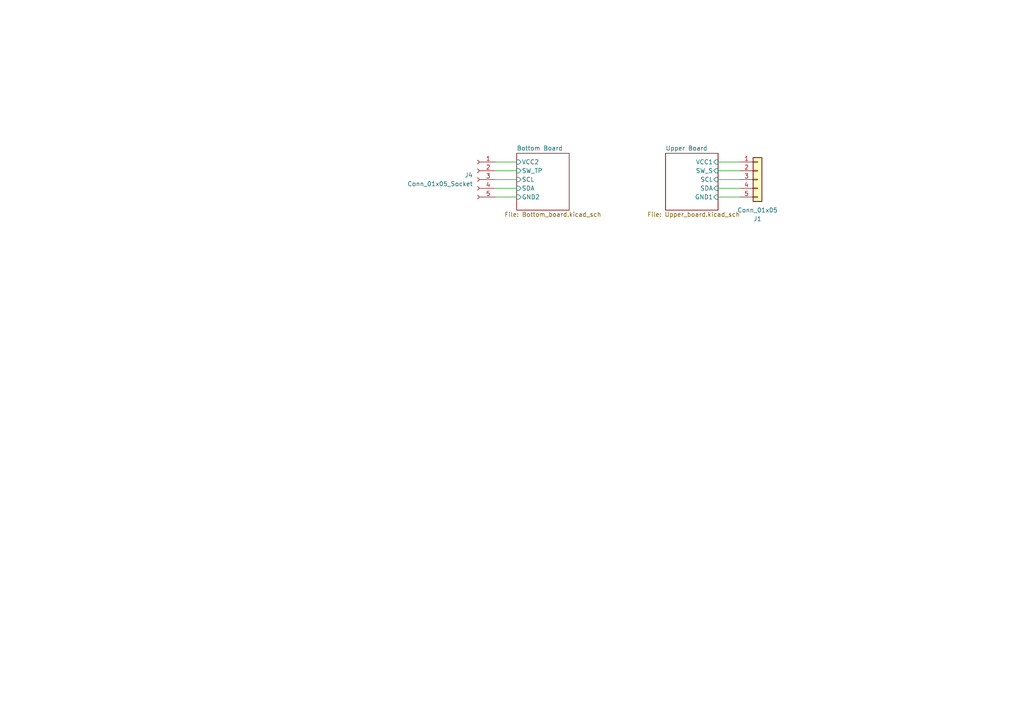
<source format=kicad_sch>
(kicad_sch (version 20250114) (generator "eeschema") (generator_version "9.0")
  (paper "A4")
  (title_block (title "ESP32 Cycling Tracker") (date "2025-11-19") (rev "0") (company "josejacomeb"))
  (lib_symbols
    (symbol "Connector:Conn_01x05_Socket" (pin_names (offset 1.016) (hide yes))
      (property "Reference" "J" (at 0 7.62 0))
      (property "Value" "Conn_01x05_Socket" (at 0 -7.62 0))
      (symbol "Conn_01x05_Socket_1_1"
        (polyline (pts (xy -1.27 5.08) (xy -0.508 5.08)) (stroke (width 0.1524)))
        (polyline (pts (xy -1.27 2.54) (xy -0.508 2.54)) (stroke (width 0.1524)))
        (polyline (pts (xy -1.27 0) (xy -0.508 0)) (stroke (width 0.1524)))
        (polyline (pts (xy -1.27 -2.54) (xy -0.508 -2.54)) (stroke (width 0.1524)))
        (polyline (pts (xy -1.27 -5.08) (xy -0.508 -5.08)) (stroke (width 0.1524)))
        (arc (start 0 4.572) (mid -0.5058 5.08) (end 0 5.588) (stroke (width 0.1524)))
        (arc (start 0 2.032) (mid -0.5058 2.54) (end 0 3.048) (stroke (width 0.1524)))
        (arc (start 0 -0.508) (mid -0.5058 0) (end 0 0.508) (stroke (width 0.1524)))
        (arc (start 0 -3.048) (mid -0.5058 -2.54) (end 0 -2.032) (stroke (width 0.1524)))
        (arc (start 0 -5.588) (mid -0.5058 -5.08) (end 0 -4.572) (stroke (width 0.1524)))
        (pin passive line (at -5.08 5.08 0) (length 3.81) (name "Pin_1") (number "1"))
        (pin passive line (at -5.08 2.54 0) (length 3.81) (name "Pin_2") (number "2"))
        (pin passive line (at -5.08 0 0) (length 3.81) (name "Pin_3") (number "3"))
        (pin passive line (at -5.08 -2.54 0) (length 3.81) (name "Pin_4") (number "4"))
        (pin passive line (at -5.08 -5.08 0) (length 3.81) (name "Pin_5") (number "5"))
      )
    )
    (symbol "Connector_Generic:Conn_01x05" (pin_names (offset 1.016) (hide yes))
      (property "Reference" "J" (at 0 7.62 0))
      (property "Value" "Conn_01x05" (at 0 -7.62 0))
      (symbol "Conn_01x05_1_1"
        (rectangle (start -1.27 6.35) (end 1.27 -6.35) (stroke (width 0.254)) (fill (type background)))
        (rectangle (start -1.27 5.207) (end 0 4.953) (stroke (width 0.1524)))
        (rectangle (start -1.27 2.667) (end 0 2.413) (stroke (width 0.1524)))
        (rectangle (start -1.27 0.127) (end 0 -0.127) (stroke (width 0.1524)))
        (rectangle (start -1.27 -2.413) (end 0 -2.667) (stroke (width 0.1524)))
        (rectangle (start -1.27 -4.953) (end 0 -5.207) (stroke (width 0.1524)))
        (pin passive line (at -5.08 5.08 0) (length 3.81) (name "Pin_1") (number "1"))
        (pin passive line (at -5.08 2.54 0) (length 3.81) (name "Pin_2") (number "2"))
        (pin passive line (at -5.08 0 0) (length 3.81) (name "Pin_3") (number "3"))
        (pin passive line (at -5.08 -2.54 0) (length 3.81) (name "Pin_4") (number "4"))
        (pin passive line (at -5.08 -5.08 0) (length 3.81) (name "Pin_5") (number "5"))
      )
    )
  )
  (wire (pts (xy 143.51 52.07) (xy 149.86 52.07)))
  (wire (pts (xy 143.51 57.15) (xy 149.86 57.15)))
  (wire (pts (xy 208.28 46.99) (xy 214.63 46.99)))
  (wire (pts (xy 143.51 54.61) (xy 149.86 54.61)))
  (wire (pts (xy 143.51 49.53) (xy 149.86 49.53)))
  (wire (pts (xy 208.28 49.53) (xy 214.63 49.53)))
  (wire (pts (xy 208.28 57.15) (xy 214.63 57.15)))
  (wire (pts (xy 143.51 46.99) (xy 149.86 46.99)))
  (wire (pts (xy 208.28 52.07) (xy 214.63 52.07)))
  (wire (pts (xy 208.28 54.61) (xy 214.63 54.61)))
  (symbol (lib_id "Connector:Conn_01x05_Socket") (at 138.43 52.07 0) (mirror y) (unit 1)
    (property "Reference" "J4" (at 137.16 50.7999 0) (effects (justify left)))
    (property "Value" "Conn_01x05_Socket" (at 137.16 53.3399 0) (effects (justify left)))
    (property "Footprint" "Connector_PinSocket_2.54mm:PinSocket_1x05_P2.54mm_Vertical" (effects (hide yes)))
    (property "Description" "Generic connector, single row, 01x05, script generated" (effects (hide yes)))
  )
  (symbol (lib_id "Connector_Generic:Conn_01x05") (at 219.71 52.07 0) (unit 1)
    (property "Reference" "J1" (at 219.71 63.5 0))
    (property "Value" "Conn_01x05" (at 219.71 60.96 0))
    (property "Footprint" "Connector_PinHeader_2.54mm:PinHeader_1x05_P2.54mm_Vertical" (effects (hide yes)))
    (property "Description" "Generic connector, single row, 01x05, script generated (kicad-library-utils/schlib/autogen/connector/)" (effects (hide yes)))
  )
  (sheet (at 193.04 44.45) (size 15.24 16.51) (stroke (width 0.1524))
    (property "Sheetname" "Upper Board" (at 193.04 43.7384 0) (effects (justify left bottom)))
    (property "Sheetfile" "Upper_board.kicad_sch" (at 187.706 61.468 0) (effects (justify left top)))
    (pin "SCL" input (at 208.28 52.07 0))
    (pin "SDA" input (at 208.28 54.61 0))
    (pin "SW_S" input (at 208.28 49.53 0))
    (pin "GND1" input (at 208.28 57.15 0))
    (pin "VCC1" input (at 208.28 46.99 0))
  )
  (sheet (at 149.86 44.45) (size 15.24 16.51) (stroke (width 0.1524))
    (property "Sheetname" "Bottom Board" (at 149.86 43.7384 0) (effects (justify left bottom)))
    (property "Sheetfile" "Bottom_board.kicad_sch" (at 146.304 61.468 0) (effects (justify left top)))
    (pin "SCL" input (at 149.86 52.07 180))
    (pin "SDA" input (at 149.86 54.61 180))
    (pin "SW_TP" input (at 149.86 49.53 180))
    (pin "GND2" input (at 149.86 57.15 180))
    (pin "VCC2" input (at 149.86 46.99 180))
  )
)
</source>
